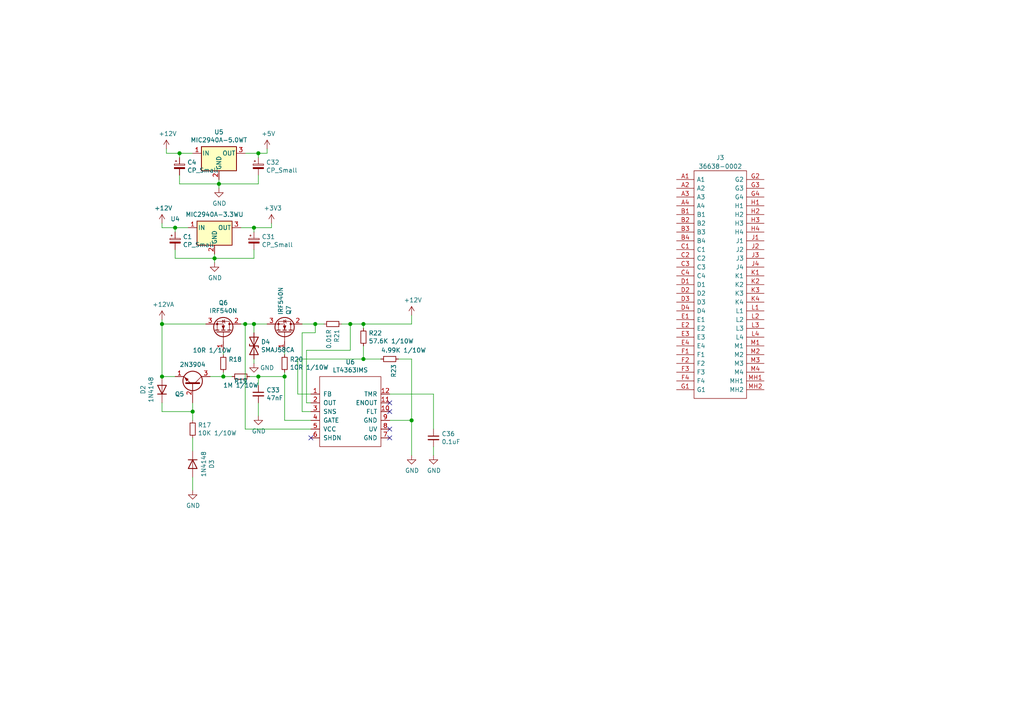
<source format=kicad_sch>
(kicad_sch (version 20210126) (generator eeschema)
  (paper "A4")
  (lib_symbols
    (symbol "Device:CP_Small" (pin_numbers hide) (pin_names (offset 0.254) hide)
      (property "Reference" "C" (at 0.254 1.778 0))
      (property "Value" "CP_Small" (at 0.254 -2.032 0))
      (symbol "CP_Small_0_1"
        (rectangle (start -1.524 0.6858) (end 1.524 0.3048))
        (rectangle (start -1.524 -0.3048) (end 1.524 -0.6858) (fill (type outline)))
        (polyline (pts (xy -1.27 1.524) (xy -0.762 1.524)))
        (polyline (pts (xy -1.016 1.27) (xy -1.016 1.778)))
      )
      (symbol "CP_Small_1_1"
        (pin passive line (at 0 2.54 270) (length 1.8542) (name "~") (number "1"))
        (pin passive line (at 0 -2.54 90) (length 1.8542) (name "~") (number "2"))
      )
    )
    (symbol "Device:C_Small" (pin_numbers hide) (pin_names (offset 0.254) hide)
      (property "Reference" "C" (at 0.254 1.778 0))
      (property "Value" "C_Small" (at 0.254 -2.032 0))
      (symbol "C_Small_0_1"
        (polyline (pts (xy -1.524 -0.508) (xy 1.524 -0.508)) (stroke (width 0.3302)))
        (polyline (pts (xy -1.524 0.508) (xy 1.524 0.508)) (stroke (width 0.3048)))
      )
      (symbol "C_Small_1_1"
        (pin passive line (at 0 2.54 270) (length 2.032) (name "~") (number "1"))
        (pin passive line (at 0 -2.54 90) (length 2.032) (name "~") (number "2"))
      )
    )
    (symbol "Device:D_TVS" (pin_numbers hide) (pin_names (offset 1.016) hide)
      (property "Reference" "D" (at 0 2.54 0))
      (property "Value" "D_TVS" (at 0 -2.54 0))
      (symbol "D_TVS_0_1"
        (polyline (pts (xy 1.27 0) (xy -1.27 0)))
        (polyline (pts (xy 0.508 1.27) (xy 0 1.27) (xy 0 -1.27) (xy -0.508 -1.27)) (stroke (width 0.254)))
        (polyline (pts (xy -2.54 1.27) (xy -2.54 -1.27) (xy 2.54 1.27) (xy 2.54 -1.27) (xy -2.54 1.27)) (stroke (width 0.254)))
      )
      (symbol "D_TVS_1_1"
        (pin passive line (at -3.81 0 0) (length 2.54) (name "A1") (number "1"))
        (pin passive line (at 3.81 0 180) (length 2.54) (name "A2") (number "2"))
      )
    )
    (symbol "Device:R_Small" (pin_numbers hide) (pin_names (offset 0.254) hide)
      (property "Reference" "R" (at 0.762 0.508 0))
      (property "Value" "R_Small" (at 0.762 -1.016 0))
      (symbol "R_Small_0_1"
        (rectangle (start -0.762 1.778) (end 0.762 -1.778) (stroke (width 0.2032)))
      )
      (symbol "R_Small_1_1"
        (pin passive line (at 0 2.54 270) (length 0.762) (name "~") (number "1"))
        (pin passive line (at 0 -2.54 90) (length 0.762) (name "~") (number "2"))
      )
    )
    (symbol "Diode:1N4148" (pin_numbers hide) (pin_names (offset 1.016) hide)
      (property "Reference" "D" (at 0 2.54 0))
      (property "Value" "1N4148" (at 0 -2.54 0))
      (symbol "1N4148_0_1"
        (polyline (pts (xy -1.27 1.27) (xy -1.27 -1.27)) (stroke (width 0.254)))
        (polyline (pts (xy 1.27 0) (xy -1.27 0)))
        (polyline (pts (xy 1.27 1.27) (xy 1.27 -1.27) (xy -1.27 0) (xy 1.27 1.27)) (stroke (width 0.254)))
      )
      (symbol "1N4148_1_1"
        (pin passive line (at -3.81 0 0) (length 2.54) (name "K") (number "1"))
        (pin passive line (at 3.81 0 180) (length 2.54) (name "A") (number "2"))
      )
    )
    (symbol "OpenEFI-STM32-rev3:36638-0002" (pin_names (offset 0.762))
      (property "Reference" "J" (at 21.59 7.62 0))
      (property "Value" "36638-0002" (at 21.59 5.08 0))
      (symbol "36638-0002_0_0"
        (pin passive line (at 0 0 0) (length 5.08) (name "A1") (number "A1"))
        (pin passive line (at 0 -2.54 0) (length 5.08) (name "A2") (number "A2"))
        (pin passive line (at 0 -5.08 0) (length 5.08) (name "A3") (number "A3"))
        (pin passive line (at 0 -7.62 0) (length 5.08) (name "A4") (number "A4"))
        (pin passive line (at 0 -10.16 0) (length 5.08) (name "B1") (number "B1"))
        (pin passive line (at 0 -12.7 0) (length 5.08) (name "B2") (number "B2"))
        (pin passive line (at 0 -15.24 0) (length 5.08) (name "B3") (number "B3"))
        (pin passive line (at 0 -17.78 0) (length 5.08) (name "B4") (number "B4"))
        (pin passive line (at 0 -20.32 0) (length 5.08) (name "C1") (number "C1"))
        (pin passive line (at 0 -22.86 0) (length 5.08) (name "C2") (number "C2"))
        (pin passive line (at 0 -25.4 0) (length 5.08) (name "C3") (number "C3"))
        (pin passive line (at 0 -27.94 0) (length 5.08) (name "C4") (number "C4"))
        (pin passive line (at 0 -30.48 0) (length 5.08) (name "D1") (number "D1"))
        (pin passive line (at 0 -33.02 0) (length 5.08) (name "D2") (number "D2"))
        (pin passive line (at 0 -35.56 0) (length 5.08) (name "D3") (number "D3"))
        (pin passive line (at 0 -38.1 0) (length 5.08) (name "D4") (number "D4"))
        (pin passive line (at 0 -40.64 0) (length 5.08) (name "E1") (number "E1"))
        (pin passive line (at 0 -43.18 0) (length 5.08) (name "E2") (number "E2"))
        (pin passive line (at 0 -45.72 0) (length 5.08) (name "E3") (number "E3"))
        (pin passive line (at 0 -48.26 0) (length 5.08) (name "E4") (number "E4"))
        (pin passive line (at 0 -50.8 0) (length 5.08) (name "F1") (number "F1"))
        (pin passive line (at 0 -53.34 0) (length 5.08) (name "F2") (number "F2"))
        (pin passive line (at 0 -55.88 0) (length 5.08) (name "F3") (number "F3"))
        (pin passive line (at 0 -58.42 0) (length 5.08) (name "F4") (number "F4"))
        (pin passive line (at 0 -60.96 0) (length 5.08) (name "G1") (number "G1"))
        (pin passive line (at 25.4 0 180) (length 5.08) (name "G2") (number "G2"))
        (pin passive line (at 25.4 -2.54 180) (length 5.08) (name "G3") (number "G3"))
        (pin passive line (at 25.4 -5.08 180) (length 5.08) (name "G4") (number "G4"))
        (pin passive line (at 25.4 -7.62 180) (length 5.08) (name "H1") (number "H1"))
        (pin passive line (at 25.4 -10.16 180) (length 5.08) (name "H2") (number "H2"))
        (pin passive line (at 25.4 -12.7 180) (length 5.08) (name "H3") (number "H3"))
        (pin passive line (at 25.4 -15.24 180) (length 5.08) (name "H4") (number "H4"))
        (pin passive line (at 25.4 -17.78 180) (length 5.08) (name "J1") (number "J1"))
        (pin passive line (at 25.4 -20.32 180) (length 5.08) (name "J2") (number "J2"))
        (pin passive line (at 25.4 -22.86 180) (length 5.08) (name "J3") (number "J3"))
        (pin passive line (at 25.4 -25.4 180) (length 5.08) (name "J4") (number "J4"))
        (pin passive line (at 25.4 -27.94 180) (length 5.08) (name "K1") (number "K1"))
        (pin passive line (at 25.4 -30.48 180) (length 5.08) (name "K2") (number "K2"))
        (pin passive line (at 25.4 -33.02 180) (length 5.08) (name "K3") (number "K3"))
        (pin passive line (at 25.4 -35.56 180) (length 5.08) (name "K4") (number "K4"))
        (pin passive line (at 25.4 -38.1 180) (length 5.08) (name "L1") (number "L1"))
        (pin passive line (at 25.4 -40.64 180) (length 5.08) (name "L2") (number "L2"))
        (pin passive line (at 25.4 -43.18 180) (length 5.08) (name "L3") (number "L3"))
        (pin passive line (at 25.4 -45.72 180) (length 5.08) (name "L4") (number "L4"))
        (pin passive line (at 25.4 -48.26 180) (length 5.08) (name "M1") (number "M1"))
        (pin passive line (at 25.4 -50.8 180) (length 5.08) (name "M2") (number "M2"))
        (pin passive line (at 25.4 -53.34 180) (length 5.08) (name "M3") (number "M3"))
        (pin passive line (at 25.4 -55.88 180) (length 5.08) (name "M4") (number "M4"))
        (pin passive line (at 25.4 -58.42 180) (length 5.08) (name "MH1") (number "MH1"))
        (pin passive line (at 25.4 -60.96 180) (length 5.08) (name "MH2") (number "MH2"))
      )
      (symbol "36638-0002_0_1"
        (polyline (pts (xy 5.08 2.54) (xy 20.32 2.54) (xy 20.32 -63.5) (xy 5.08 -63.5) (xy 5.08 2.54)) (stroke (width 0.1524)))
      )
    )
    (symbol "OpenEFI-STM32-rev3:LT4363IMS" (pin_names (offset 1.016))
      (property "Reference" "U" (at 0 2.54 0))
      (property "Value" "LT4363IMS" (at 0 5.08 0))
      (symbol "LT4363IMS_0_1"
        (rectangle (start -8.89 6.35) (end 8.89 -13.97))
      )
      (symbol "LT4363IMS_1_1"
        (pin input line (at -11.43 1.27 0) (length 2.54) (name "FB") (number "1"))
        (pin input line (at 11.43 -3.81 180) (length 2.54) (name "FLT") (number "10"))
        (pin input line (at 11.43 -1.27 180) (length 2.54) (name "ENOUT") (number "11"))
        (pin input line (at 11.43 1.27 180) (length 2.54) (name "TMR") (number "12"))
        (pin input line (at -11.43 -1.27 0) (length 2.54) (name "OUT") (number "2"))
        (pin input line (at -11.43 -3.81 0) (length 2.54) (name "SNS") (number "3"))
        (pin input line (at -11.43 -6.35 0) (length 2.54) (name "GATE") (number "4"))
        (pin input line (at -11.43 -8.89 0) (length 2.54) (name "VCC") (number "5"))
        (pin input line (at -11.43 -11.43 0) (length 2.54) (name "SHDN") (number "6"))
        (pin input line (at 11.43 -11.43 180) (length 2.54) (name "GND") (number "7"))
        (pin input line (at 11.43 -8.89 180) (length 2.54) (name "UV") (number "8"))
        (pin input line (at 11.43 -6.35 180) (length 2.54) (name "GND") (number "9"))
      )
    )
    (symbol "Regulator_Linear:L7805" (pin_names (offset 0.254))
      (property "Reference" "U" (at -3.81 3.175 0))
      (property "Value" "L7805" (at 0 3.175 0))
      (symbol "L7805_0_1"
        (rectangle (start -5.08 1.905) (end 5.08 -5.08) (stroke (width 0.254)) (fill (type background)))
      )
      (symbol "L7805_1_1"
        (pin power_in line (at -7.62 0 0) (length 2.54) (name "IN") (number "1"))
        (pin power_in line (at 0 -7.62 90) (length 2.54) (name "GND") (number "2"))
        (pin power_out line (at 7.62 0 180) (length 2.54) (name "OUT") (number "3"))
      )
    )
    (symbol "Transistor_BJT:2N3904" (pin_names (offset 0) hide)
      (property "Reference" "Q" (at 5.08 1.905 0))
      (property "Value" "2N3904" (at 5.08 0 0))
      (symbol "2N3904_0_1"
        (circle (center 1.27 0) (radius 2.8194) (stroke (width 0.254)))
        (polyline (pts (xy 0.635 0.635) (xy 2.54 2.54)))
        (polyline (pts (xy 0.635 -0.635) (xy 2.54 -2.54) (xy 2.54 -2.54)))
        (polyline (pts (xy 0.635 1.905) (xy 0.635 -1.905) (xy 0.635 -1.905)) (stroke (width 0.508)))
        (polyline (pts (xy 1.27 -1.778) (xy 1.778 -1.27) (xy 2.286 -2.286) (xy 1.27 -1.778) (xy 1.27 -1.778)) (fill (type outline)))
      )
      (symbol "2N3904_1_1"
        (pin passive line (at 2.54 -5.08 90) (length 2.54) (name "E") (number "1"))
        (pin passive line (at -5.08 0 0) (length 5.715) (name "B") (number "2"))
        (pin passive line (at 2.54 5.08 270) (length 2.54) (name "C") (number "3"))
      )
    )
    (symbol "Transistor_FET:IRF540N" (pin_names hide)
      (property "Reference" "Q" (at 6.35 1.905 0))
      (property "Value" "IRF540N" (at 6.35 0 0))
      (symbol "IRF540N_0_1"
        (circle (center 1.651 0) (radius 2.794) (stroke (width 0.254)))
        (circle (center 2.54 -1.778) (radius 0.254) (fill (type outline)))
        (circle (center 2.54 1.778) (radius 0.254) (fill (type outline)))
        (polyline (pts (xy 0.254 0) (xy -2.54 0)))
        (polyline (pts (xy 0.254 1.905) (xy 0.254 -1.905)) (stroke (width 0.254)))
        (polyline (pts (xy 0.762 -1.27) (xy 0.762 -2.286)) (stroke (width 0.254)))
        (polyline (pts (xy 0.762 0.508) (xy 0.762 -0.508)) (stroke (width 0.254)))
        (polyline (pts (xy 0.762 2.286) (xy 0.762 1.27)) (stroke (width 0.254)))
        (polyline (pts (xy 2.54 2.54) (xy 2.54 1.778)))
        (polyline (pts (xy 2.54 -2.54) (xy 2.54 0) (xy 0.762 0)))
        (polyline (pts (xy 0.762 -1.778) (xy 3.302 -1.778) (xy 3.302 1.778) (xy 0.762 1.778)))
        (polyline (pts (xy 2.794 0.508) (xy 2.921 0.381) (xy 3.683 0.381) (xy 3.81 0.254)))
        (polyline (pts (xy 3.302 0.381) (xy 2.921 -0.254) (xy 3.683 -0.254) (xy 3.302 0.381)))
        (polyline (pts (xy 1.016 0) (xy 2.032 0.381) (xy 2.032 -0.381) (xy 1.016 0)) (fill (type outline)))
      )
      (symbol "IRF540N_1_1"
        (pin input line (at -5.08 0 0) (length 2.54) (name "G") (number "1"))
        (pin passive line (at 2.54 5.08 270) (length 2.54) (name "D") (number "2"))
        (pin passive line (at 2.54 -5.08 90) (length 2.54) (name "S") (number "3"))
      )
    )
    (symbol "power:+12V" (power) (pin_names (offset 0))
      (property "Value" "+12V" (at 0 3.556 0))
      (symbol "+12V_0_1"
        (polyline (pts (xy -0.762 1.27) (xy 0 2.54)))
        (polyline (pts (xy 0 0) (xy 0 2.54)))
        (polyline (pts (xy 0 2.54) (xy 0.762 1.27)))
      )
      (symbol "+12V_1_1"
        (pin power_in line (at 0 0 90) (length 0) hide (name "+12V") (number "1"))
      )
    )
    (symbol "power:+12VA" (power) (pin_names (offset 0))
      (property "Value" "+12VA" (at 0 3.556 0))
      (symbol "+12VA_0_1"
        (polyline (pts (xy -0.762 1.27) (xy 0 2.54)))
        (polyline (pts (xy 0 0) (xy 0 2.54)))
        (polyline (pts (xy 0 2.54) (xy 0.762 1.27)))
      )
      (symbol "+12VA_1_1"
        (pin power_in line (at 0 0 90) (length 0) hide (name "+12VA") (number "1"))
      )
    )
    (symbol "power:+3V3" (power) (pin_names (offset 0))
      (property "Value" "+3V3" (at 0 3.556 0))
      (symbol "+3V3_0_1"
        (polyline (pts (xy -0.762 1.27) (xy 0 2.54)))
        (polyline (pts (xy 0 0) (xy 0 2.54)))
        (polyline (pts (xy 0 2.54) (xy 0.762 1.27)))
      )
      (symbol "+3V3_1_1"
        (pin power_in line (at 0 0 90) (length 0) hide (name "+3V3") (number "1"))
      )
    )
    (symbol "power:+5V" (power) (pin_names (offset 0))
      (property "Value" "+5V" (at 0 3.556 0))
      (symbol "+5V_0_1"
        (polyline (pts (xy -0.762 1.27) (xy 0 2.54)))
        (polyline (pts (xy 0 0) (xy 0 2.54)))
        (polyline (pts (xy 0 2.54) (xy 0.762 1.27)))
      )
      (symbol "+5V_1_1"
        (pin power_in line (at 0 0 90) (length 0) hide (name "+5V") (number "1"))
      )
    )
    (symbol "power:GND" (power) (pin_names (offset 0))
      (property "Value" "GND" (at 0 -3.81 0))
      (symbol "GND_0_1"
        (polyline (pts (xy 0 0) (xy 0 -1.27) (xy 1.27 -1.27) (xy 0 -2.54) (xy -1.27 -1.27) (xy 0 -1.27)))
      )
      (symbol "GND_1_1"
        (pin power_in line (at 0 0 270) (length 0) hide (name "GND") (number "1"))
      )
    )
  )
  (junction (at 46.99 93.98) (diameter 1.016))
  (junction (at 46.99 109.22) (diameter 1.016))
  (junction (at 50.8 66.04) (diameter 1.016))
  (junction (at 52.07 44.45) (diameter 1.016))
  (junction (at 55.88 119.38) (diameter 1.016))
  (junction (at 62.23 74.93) (diameter 1.016))
  (junction (at 63.5 53.34) (diameter 1.016))
  (junction (at 64.77 109.22) (diameter 1.016))
  (junction (at 71.12 93.98) (diameter 1.016))
  (junction (at 73.66 66.04) (diameter 1.016))
  (junction (at 73.66 93.98) (diameter 1.016))
  (junction (at 74.93 44.45) (diameter 1.016))
  (junction (at 74.93 109.22) (diameter 1.016))
  (junction (at 82.55 109.22) (diameter 1.016))
  (junction (at 91.44 93.98) (diameter 1.016))
  (junction (at 101.6 93.98) (diameter 1.016))
  (junction (at 105.41 93.98) (diameter 1.016))
  (junction (at 105.41 104.14) (diameter 1.016))
  (junction (at 119.38 121.92) (diameter 1.016))
  (no_connect (at 90.17 127))
  (no_connect (at 113.03 116.84))
  (no_connect (at 113.03 119.38))
  (no_connect (at 113.03 124.46))
  (no_connect (at 113.03 127))
  (wire (pts (xy 46.99 64.77) (xy 46.99 66.04)))
  (wire (pts (xy 46.99 66.04) (xy 50.8 66.04)))
  (wire (pts (xy 46.99 92.71) (xy 46.99 93.98)))
  (wire (pts (xy 46.99 93.98) (xy 59.69 93.98)))
  (wire (pts (xy 46.99 109.22) (xy 46.99 93.98)))
  (wire (pts (xy 46.99 109.22) (xy 50.8 109.22)))
  (wire (pts (xy 46.99 116.84) (xy 46.99 119.38)))
  (wire (pts (xy 46.99 119.38) (xy 55.88 119.38)))
  (wire (pts (xy 48.26 43.18) (xy 48.26 44.45)))
  (wire (pts (xy 48.26 44.45) (xy 52.07 44.45)))
  (wire (pts (xy 50.8 66.04) (xy 50.8 67.31)))
  (wire (pts (xy 50.8 72.39) (xy 50.8 74.93)))
  (wire (pts (xy 50.8 74.93) (xy 62.23 74.93)))
  (wire (pts (xy 52.07 44.45) (xy 55.88 44.45)))
  (wire (pts (xy 52.07 45.72) (xy 52.07 44.45)))
  (wire (pts (xy 52.07 50.8) (xy 52.07 53.34)))
  (wire (pts (xy 52.07 53.34) (xy 63.5 53.34)))
  (wire (pts (xy 54.61 66.04) (xy 50.8 66.04)))
  (wire (pts (xy 55.88 116.84) (xy 55.88 119.38)))
  (wire (pts (xy 55.88 119.38) (xy 55.88 121.92)))
  (wire (pts (xy 55.88 127) (xy 55.88 130.81)))
  (wire (pts (xy 55.88 138.43) (xy 55.88 142.24)))
  (wire (pts (xy 60.96 109.22) (xy 64.77 109.22)))
  (wire (pts (xy 62.23 73.66) (xy 62.23 74.93)))
  (wire (pts (xy 62.23 74.93) (xy 62.23 76.2)))
  (wire (pts (xy 63.5 52.07) (xy 63.5 53.34)))
  (wire (pts (xy 63.5 53.34) (xy 63.5 54.61)))
  (wire (pts (xy 64.77 101.6) (xy 64.77 102.87)))
  (wire (pts (xy 64.77 109.22) (xy 64.77 107.95)))
  (wire (pts (xy 67.31 109.22) (xy 64.77 109.22)))
  (wire (pts (xy 69.85 66.04) (xy 73.66 66.04)))
  (wire (pts (xy 69.85 93.98) (xy 71.12 93.98)))
  (wire (pts (xy 71.12 44.45) (xy 74.93 44.45)))
  (wire (pts (xy 71.12 93.98) (xy 71.12 124.46)))
  (wire (pts (xy 71.12 93.98) (xy 73.66 93.98)))
  (wire (pts (xy 71.12 124.46) (xy 90.17 124.46)))
  (wire (pts (xy 72.39 109.22) (xy 74.93 109.22)))
  (wire (pts (xy 73.66 66.04) (xy 73.66 67.31)))
  (wire (pts (xy 73.66 72.39) (xy 73.66 74.93)))
  (wire (pts (xy 73.66 74.93) (xy 62.23 74.93)))
  (wire (pts (xy 73.66 93.98) (xy 77.47 93.98)))
  (wire (pts (xy 73.66 96.52) (xy 73.66 93.98)))
  (wire (pts (xy 73.66 104.14) (xy 73.66 105.41)))
  (wire (pts (xy 74.93 44.45) (xy 74.93 45.72)))
  (wire (pts (xy 74.93 50.8) (xy 74.93 53.34)))
  (wire (pts (xy 74.93 53.34) (xy 63.5 53.34)))
  (wire (pts (xy 74.93 109.22) (xy 82.55 109.22)))
  (wire (pts (xy 74.93 111.76) (xy 74.93 109.22)))
  (wire (pts (xy 74.93 116.84) (xy 74.93 120.65)))
  (wire (pts (xy 77.47 43.18) (xy 77.47 44.45)))
  (wire (pts (xy 77.47 44.45) (xy 74.93 44.45)))
  (wire (pts (xy 78.74 64.77) (xy 78.74 66.04)))
  (wire (pts (xy 78.74 66.04) (xy 73.66 66.04)))
  (wire (pts (xy 82.55 102.87) (xy 82.55 101.6)))
  (wire (pts (xy 82.55 107.95) (xy 82.55 109.22)))
  (wire (pts (xy 82.55 121.92) (xy 82.55 109.22)))
  (wire (pts (xy 82.55 121.92) (xy 90.17 121.92)))
  (wire (pts (xy 86.36 104.14) (xy 86.36 114.3)))
  (wire (pts (xy 86.36 114.3) (xy 90.17 114.3)))
  (wire (pts (xy 87.63 93.98) (xy 91.44 93.98)))
  (wire (pts (xy 87.63 96.52) (xy 91.44 96.52)))
  (wire (pts (xy 87.63 119.38) (xy 87.63 96.52)))
  (wire (pts (xy 88.9 101.6) (xy 88.9 116.84)))
  (wire (pts (xy 88.9 116.84) (xy 90.17 116.84)))
  (wire (pts (xy 90.17 119.38) (xy 87.63 119.38)))
  (wire (pts (xy 91.44 93.98) (xy 93.98 93.98)))
  (wire (pts (xy 91.44 96.52) (xy 91.44 93.98)))
  (wire (pts (xy 99.06 93.98) (xy 101.6 93.98)))
  (wire (pts (xy 101.6 93.98) (xy 101.6 101.6)))
  (wire (pts (xy 101.6 93.98) (xy 105.41 93.98)))
  (wire (pts (xy 101.6 101.6) (xy 88.9 101.6)))
  (wire (pts (xy 105.41 93.98) (xy 105.41 95.25)))
  (wire (pts (xy 105.41 100.33) (xy 105.41 104.14)))
  (wire (pts (xy 105.41 104.14) (xy 86.36 104.14)))
  (wire (pts (xy 105.41 104.14) (xy 110.49 104.14)))
  (wire (pts (xy 113.03 114.3) (xy 125.73 114.3)))
  (wire (pts (xy 113.03 121.92) (xy 119.38 121.92)))
  (wire (pts (xy 115.57 104.14) (xy 119.38 104.14)))
  (wire (pts (xy 119.38 91.44) (xy 119.38 93.98)))
  (wire (pts (xy 119.38 93.98) (xy 105.41 93.98)))
  (wire (pts (xy 119.38 104.14) (xy 119.38 121.92)))
  (wire (pts (xy 119.38 121.92) (xy 119.38 132.08)))
  (wire (pts (xy 125.73 114.3) (xy 125.73 124.46)))
  (wire (pts (xy 125.73 129.54) (xy 125.73 132.08)))
  (symbol (lib_id "power:+12V") (at 46.99 64.77 0) (unit 1)
    (property "Reference" "#PWR0137" (effects hide))
    (property "Value" "+12V" (at 47.371 60.3758 0))
  )
  (symbol (lib_id "power:+12VA") (at 46.99 92.71 0) (unit 1)
    (property "Reference" "#PWR010" (effects hide))
    (property "Value" "+12VA" (at 47.371 88.3158 0))
  )
  (symbol (lib_id "power:+12V") (at 48.26 43.18 0) (unit 1)
    (property "Reference" "#PWR011" (effects hide))
    (property "Value" "+12V" (at 48.641 38.7858 0))
  )
  (symbol (lib_id "power:+5V") (at 77.47 43.18 0) (unit 1)
    (property "Reference" "#PWR017" (effects hide))
    (property "Value" "+5V" (at 77.851 38.7858 0))
  )
  (symbol (lib_id "power:+3V3") (at 78.74 64.77 0) (unit 1)
    (property "Reference" "#PWR018" (effects hide))
    (property "Value" "+3V3" (at 79.121 60.3758 0))
  )
  (symbol (lib_id "power:+12V") (at 119.38 91.44 0) (unit 1)
    (property "Reference" "#PWR021" (effects hide))
    (property "Value" "+12V" (at 119.761 87.0458 0))
  )
  (symbol (lib_id "power:GND") (at 55.88 142.24 0) (unit 1)
    (property "Reference" "#PWR012" (effects hide))
    (property "Value" "GND" (at 56.007 146.6342 0))
  )
  (symbol (lib_id "power:GND") (at 62.23 76.2 0) (unit 1)
    (property "Reference" "#PWR013" (effects hide))
    (property "Value" "GND" (at 62.357 80.5942 0))
  )
  (symbol (lib_id "power:GND") (at 63.5 54.61 0) (unit 1)
    (property "Reference" "#PWR014" (effects hide))
    (property "Value" "GND" (at 63.627 59.0042 0))
  )
  (symbol (lib_id "power:GND") (at 73.66 105.41 0) (unit 1)
    (property "Reference" "#PWR015" (effects hide))
    (property "Value" "GND" (at 77.47 106.68 0))
  )
  (symbol (lib_id "power:GND") (at 74.93 120.65 0) (unit 1)
    (property "Reference" "#PWR016" (effects hide))
    (property "Value" "GND" (at 75.057 125.0442 0))
  )
  (symbol (lib_id "power:GND") (at 119.38 132.08 0) (unit 1)
    (property "Reference" "#PWR022" (effects hide))
    (property "Value" "GND" (at 119.507 136.4742 0))
  )
  (symbol (lib_id "power:GND") (at 125.73 132.08 0) (unit 1)
    (property "Reference" "#PWR024" (effects hide))
    (property "Value" "GND" (at 125.857 136.4742 0))
  )
  (symbol (lib_id "Device:R_Small") (at 55.88 124.46 0) (unit 1)
    (property "Reference" "R17" (at 57.3786 123.2916 0) (effects (justify left)))
    (property "Value" "10K 1/10W" (at 57.3786 125.603 0) (effects (justify left)))
    (property "Footprint" "Resistor_SMD:R_0603_1608Metric" (effects hide))
  )
  (symbol (lib_id "Device:R_Small") (at 64.77 105.41 0) (unit 1)
    (property "Reference" "R18" (at 66.2686 104.2416 0) (effects (justify left)))
    (property "Value" "10R 1/10W" (at 55.88 101.6 0) (effects (justify left)))
    (property "Footprint" "Resistor_SMD:R_0603_1608Metric" (effects hide))
  )
  (symbol (lib_id "Device:R_Small") (at 69.85 109.22 270) (unit 1)
    (property "Reference" "R19" (at 69.85 110.49 90))
    (property "Value" "1M 1/10W" (at 69.85 111.76 90))
    (property "Footprint" "Resistor_SMD:R_0603_1608Metric" (effects hide))
  )
  (symbol (lib_id "Device:R_Small") (at 82.55 105.41 0) (unit 1)
    (property "Reference" "R20" (at 84.0486 104.2416 0) (effects (justify left)))
    (property "Value" "10R 1/10W" (at 84.0486 106.553 0) (effects (justify left)))
    (property "Footprint" "Resistor_SMD:R_0603_1608Metric" (effects hide))
  )
  (symbol (lib_id "Device:R_Small") (at 96.52 93.98 270) (unit 1)
    (property "Reference" "R21" (at 97.6884 95.4786 0) (effects (justify left)))
    (property "Value" "0.01R" (at 95.377 95.4786 0) (effects (justify left)))
    (property "Footprint" "Resistor_SMD:R_1210_3225Metric" (effects hide))
    (property "LCSC" "C175884" (effects hide))
  )
  (symbol (lib_id "Device:R_Small") (at 105.41 97.79 0) (unit 1)
    (property "Reference" "R22" (at 106.9086 96.6216 0) (effects (justify left)))
    (property "Value" "57.6K 1/10W" (at 106.9086 98.933 0) (effects (justify left)))
    (property "Footprint" "Resistor_SMD:R_0603_1608Metric" (effects hide))
  )
  (symbol (lib_id "Device:R_Small") (at 113.03 104.14 270) (unit 1)
    (property "Reference" "R23" (at 114.1984 105.6386 0) (effects (justify left)))
    (property "Value" "4.99K 1/10W" (at 110.49 101.6 90) (effects (justify left)))
    (property "Footprint" "Resistor_SMD:R_0603_1608Metric" (effects hide))
  )
  (symbol (lib_id "Device:CP_Small") (at 50.8 69.85 0) (unit 1)
    (property "Reference" "C1" (at 53.0352 68.6816 0) (effects (justify left)))
    (property "Value" "CP_Small" (at 53.0352 70.993 0) (effects (justify left)))
  )
  (symbol (lib_id "Device:CP_Small") (at 52.07 48.26 0) (unit 1)
    (property "Reference" "C4" (at 54.3052 47.0916 0) (effects (justify left)))
    (property "Value" "CP_Small" (at 54.3052 49.403 0) (effects (justify left)))
  )
  (symbol (lib_id "Device:CP_Small") (at 73.66 69.85 0) (unit 1)
    (property "Reference" "C31" (at 75.8952 68.6816 0) (effects (justify left)))
    (property "Value" "CP_Small" (at 75.8952 70.993 0) (effects (justify left)))
  )
  (symbol (lib_id "Device:CP_Small") (at 74.93 48.26 0) (unit 1)
    (property "Reference" "C32" (at 77.1652 47.0916 0) (effects (justify left)))
    (property "Value" "CP_Small" (at 77.1652 49.403 0) (effects (justify left)))
  )
  (symbol (lib_id "Device:C_Small") (at 74.93 114.3 0) (unit 1)
    (property "Reference" "C33" (at 77.2668 113.1316 0) (effects (justify left)))
    (property "Value" "47nF" (at 77.2668 115.443 0) (effects (justify left)))
    (property "Footprint" "Capacitor_SMD:C_0603_1608Metric" (effects hide))
  )
  (symbol (lib_id "Device:C_Small") (at 125.73 127 0) (unit 1)
    (property "Reference" "C36" (at 128.0668 125.8316 0) (effects (justify left)))
    (property "Value" "0.1uF" (at 128.0668 128.143 0) (effects (justify left)))
    (property "Footprint" "Capacitor_SMD:C_0603_1608Metric" (effects hide))
  )
  (symbol (lib_id "Diode:1N4148") (at 46.99 113.03 90) (unit 1)
    (property "Reference" "D2" (at 41.4782 113.03 0))
    (property "Value" "1N4148" (at 43.7896 113.03 0))
    (property "Footprint" "Diode_SMD:D_0805_2012Metric" (effects hide))
    (property "Datasheet" "https://assets.nexperia.com/documents/data-sheet/1N4148_1N4448.pdf" (effects hide))
  )
  (symbol (lib_id "Diode:1N4148") (at 55.88 134.62 270) (unit 1)
    (property "Reference" "D3" (at 61.3918 134.62 0))
    (property "Value" "1N4148" (at 59.0804 134.62 0))
    (property "Footprint" "Diode_SMD:D_0805_2012Metric" (effects hide))
    (property "Datasheet" "https://assets.nexperia.com/documents/data-sheet/1N4148_1N4448.pdf" (effects hide))
  )
  (symbol (lib_id "Device:D_TVS") (at 73.66 100.33 270) (unit 1)
    (property "Reference" "D4" (at 75.692 99.1616 90) (effects (justify left)))
    (property "Value" "SMAJ58CA" (at 75.692 101.473 90) (effects (justify left)))
    (property "Footprint" "Diode_SMD:D_SMA" (effects hide))
  )
  (symbol (lib_id "Transistor_BJT:2N3904") (at 55.88 111.76 270) (mirror x) (unit 1)
    (property "Reference" "Q5" (at 52.07 114.3 90))
    (property "Value" "2N3904" (at 55.88 105.7402 90))
    (property "Footprint" "Package_TO_SOT_SMD:TSOT-23" (effects hide))
    (property "Datasheet" "https://www.fairchildsemi.com/datasheets/2N/2N3904.pdf" (effects hide))
  )
  (symbol (lib_id "Transistor_FET:IRF540N") (at 64.77 96.52 270) (mirror x) (unit 1)
    (property "Reference" "Q6" (at 64.77 87.8332 90))
    (property "Value" "IRF540N" (at 64.77 90.1446 90))
    (property "Footprint" "Package_TO_SOT_THT:TO-220-3_Vertical" (effects hide))
    (property "Datasheet" "http://www.irf.com/product-info/datasheets/data/irf540n.pdf" (effects hide))
  )
  (symbol (lib_id "Transistor_FET:IRF540N") (at 82.55 96.52 270) (mirror x) (unit 1)
    (property "Reference" "Q7" (at 83.7184 91.3384 0) (effects (justify left)))
    (property "Value" "IRF540N" (at 81.407 91.3384 0) (effects (justify left)))
    (property "Footprint" "Package_TO_SOT_THT:TO-220-3_Vertical" (effects hide))
    (property "Datasheet" "http://www.irf.com/product-info/datasheets/data/irf540n.pdf" (effects hide))
  )
  (symbol (lib_id "Regulator_Linear:L7805") (at 62.23 66.04 0) (unit 1)
    (property "Reference" "U4" (at 50.8 63.5 0))
    (property "Value" "MIC2940A-3.3WU" (at 62.23 62.2046 0))
    (property "Footprint" "Package_TO_SOT_SMD:TO-263-3_TabPin2" (effects hide))
    (property "Datasheet" "http://www.st.com/content/ccc/resource/technical/document/datasheet/41/4f/b3/b0/12/d4/47/88/CD00000444.pdf/files/CD00000444.pdf/jcr:content/translations/en.CD00000444.pdf" (effects hide))
  )
  (symbol (lib_id "Regulator_Linear:L7805") (at 63.5 44.45 0) (unit 1)
    (property "Reference" "U5" (at 63.5 38.3032 0))
    (property "Value" "MIC2940A-5.0WT" (at 63.5 40.6146 0))
    (property "Footprint" "Package_TO_SOT_THT:TO-220-3_Vertical" (effects hide))
    (property "Datasheet" "http://www.st.com/content/ccc/resource/technical/document/datasheet/41/4f/b3/b0/12/d4/47/88/CD00000444.pdf/files/CD00000444.pdf/jcr:content/translations/en.CD00000444.pdf" (effects hide))
    (property "DIGY" "576-1136-ND" (effects hide))
  )
  (symbol (lib_id "OpenEFI-STM32-rev3:LT4363IMS") (at 101.6 115.57 0) (unit 1)
    (property "Reference" "U6" (at 101.6 105.029 0))
    (property "Value" "LT4363IMS" (at 101.6 107.3404 0))
    (property "Footprint" "Package_SO:SOIC-16W_7.5x10.3mm_P1.27mm" (effects hide))
    (property "Datasheet" "https://ar.mouser.com/datasheet/2/609/ADuM4160-1503590.pdf" (effects hide))
  )
  (symbol (lib_id "OpenEFI-STM32-rev3:36638-0002") (at 196.215 52.07 0) (unit 1)
    (property "Reference" "J3" (at 208.915 45.72 0))
    (property "Value" "36638-0002" (at 208.915 48.26 0))
    (property "Footprint" "OpenEFI-STM32F_rev3:366380002" (effects hide))
    (property "Datasheet" "https://www.molex.com/webdocs/datasheets/pdf/en-us/0366380002_PCB_HEADERS.pdf" (effects hide))
    (property "Description" "MOLEX - 36638-0002 - HEADER, CMC, SINGLE PORT, R/A, 48WAY" (effects hide))
    (property "Height" "30" (effects hide))
    (property "Manufacturer_Name" "Molex" (effects hide))
    (property "Manufacturer_Part_Number" "36638-0002" (effects hide))
    (property "Mouser Part Number" "538-36638-0002" (effects hide))
    (property "Mouser Price/Stock" "https://www.mouser.co.uk/ProductDetail/Molex/36638-0002?qs=xXuHO2M8Escly3rEMcmzyw%3D%3D" (effects hide))
  )
)
</source>
